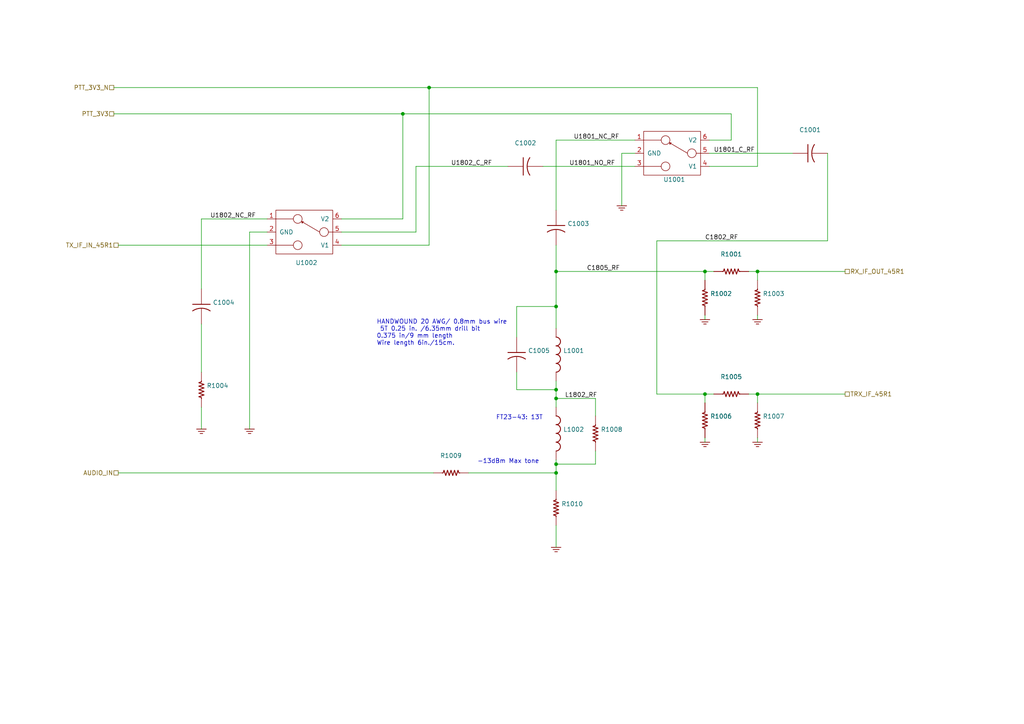
<source format=kicad_sch>
(kicad_sch (version 20211123) (generator eeschema)
  (paper "A4")
  (title_block (rev "B") (company "WA6ZFT"))
  (lib_symbols
    (symbol "custom:AS169-73" (pin_names (offset 1.016))
      (property "Reference" "U" (at 0 8.255 0))
      (property "Value" "AS169-73" (at 0.635 -10.795 0))
      (symbol "AS169-73_0_1"
        (rectangle (start -7.62 6.35) (end 8.89 -6.35))
        (circle (center -5.08 0) (radius 1.27))
        (polyline (pts (xy -6.35 0) (xy -7.62 0)))
        (polyline (pts (xy 3.81 -3.81) (xy 8.89 -3.81)))
        (polyline (pts (xy 3.81 3.81) (xy 8.89 3.81)))
        (polyline (pts (xy -3.81 0) (xy 1.397 3.048) (xy 1.27 2.54) (xy 0.889 3.048) (xy 1.397 3.048) (xy 1.27 2.667) (xy 1.016 2.921) (xy 1.27 2.794)))
        (circle (center 2.54 -3.81) (radius 1.27))
        (circle (center 2.54 3.81) (radius 1.27))
      )
      (symbol "AS169-73_1_1"
        (pin passive line (at 11.43 3.81 180) (length 2.54) (name "~") (number "1"))
        (pin passive line (at 11.43 0 180) (length 2.54) (name "GND") (number "2"))
        (pin passive line (at 11.43 -3.81 180) (length 2.54) (name "~") (number "3"))
        (pin passive line (at -10.16 -3.81 0) (length 2.54) (name "V1") (number "4"))
        (pin passive line (at -10.16 0 0) (length 2.54) (name "~") (number "5"))
        (pin passive line (at -10.16 3.81 0) (length 2.54) (name "V2") (number "6"))
      )
    )
    (symbol "custom:C_US_0805_0.1UF_X7R_10%_50V_HS" (pin_numbers hide) (pin_names (offset 0.254) hide)
      (property "Reference" "C" (at 1.27 2.54 0))
      (property "Value" "C_US_0805_0.1UF_X7R_10%_50V_HS" (at 1.27 -2.54 0))
      (symbol "C_US_0805_0.1UF_X7R_10%_50V_HS_0_1"
        (polyline (pts (xy -2.54 0.635) (xy 2.54 0.635) (xy 2.54 0.635)) (stroke (width 0.254)))
        (arc (start 2.54 -1.27) (mid 0 -0.5009) (end -2.54 -1.27) (stroke (width 0.254)))
      )
      (symbol "C_US_0805_0.1UF_X7R_10%_50V_HS_1_1"
        (pin passive line (at 0 5.08 270) (length 4.445) (name "~") (number "1"))
        (pin passive line (at 0 -5.08 90) (length 4.445) (name "~") (number "2"))
      )
    )
    (symbol "custom:GND_US" (power) (pin_names (offset 0))
      (symbol "GND_US_0_1"
        (polyline (pts (xy -1.397 0) (xy 1.397 0)) (stroke (width 0.2032)))
        (polyline (pts (xy -0.889 -0.635) (xy 0.889 -0.635)) (stroke (width 0.2032)))
        (polyline (pts (xy -0.381 -1.27) (xy 0.381 -1.27)) (stroke (width 0.2032)))
      )
      (symbol "GND_US_1_1"
        (pin power_in line (at 0 0 90) (length 0) hide (name "GND") (number "1"))
      )
    )
    (symbol "custom:L_US" (pin_numbers hide) (pin_names (offset 1.016) hide)
      (property "Reference" "L" (at -1.27 0 90))
      (property "Value" "L_US" (at 2.54 0 90))
      (symbol "L_US_0_1"
        (arc (start 0 2.54) (mid 1.27 3.81) (end 0 5.08) (stroke (width 0.254)))
        (arc (start 0.0254 -5.0546) (mid 1.245 -3.7973) (end 0.0254 -2.54) (stroke (width 0.254)))
        (arc (start 0.0254 -2.5146) (mid 1.2704 -1.2319) (end 0.0254 0.0508) (stroke (width 0.254)))
        (arc (start 0.0254 0.0254) (mid 1.2704 1.3081) (end 0.0254 2.5908) (stroke (width 0.254)))
      )
      (symbol "L_US_1_1"
        (pin passive line (at 0 7.62 270) (length 2.54) (name "1") (number "1"))
        (pin passive line (at 0 -7.62 90) (length 2.54) (name "2") (number "2"))
      )
    )
    (symbol "custom:R_US" (pin_numbers hide) (pin_names (offset 1.016) hide)
      (property "Reference" "R" (at 2.032 0 90))
      (property "Value" "R_US" (at -2.032 0 90))
      (symbol "R_US_0_0"
        (polyline (pts (xy 0 -2.54) (xy 0 -2.54) (xy 0 -2.286) (xy -0.762 -2.032) (xy 0.762 -1.524) (xy -0.762 -1.016) (xy 0.762 -0.508) (xy -0.762 0) (xy 0.762 0.508) (xy -0.762 1.016) (xy 0.762 1.524) (xy -0.762 2.032) (xy 0 2.286) (xy 0 2.54) (xy 0 2.54)) (stroke (width 0.254)))
      )
      (symbol "R_US_1_1"
        (pin passive line (at 0 5.08 270) (length 2.54) (name "~") (number "1"))
        (pin passive line (at 0 -5.08 90) (length 2.54) (name "~") (number "2"))
      )
    )
    (symbol "custom:R_US_0805_1%_HS" (pin_numbers hide) (pin_names (offset 1.016) hide)
      (property "Reference" "R" (at 2.032 0 90))
      (property "Value" "R_US_0805_1%_HS" (at -2.032 0 90))
      (symbol "R_US_0805_1%_HS_0_0"
        (polyline (pts (xy 0 -2.54) (xy 0 -2.54) (xy 0 -2.286) (xy -0.762 -2.032) (xy 0.762 -1.524) (xy -0.762 -1.016) (xy 0.762 -0.508) (xy -0.762 0) (xy 0.762 0.508) (xy -0.762 1.016) (xy 0.762 1.524) (xy -0.762 2.032) (xy 0 2.286) (xy 0 2.54) (xy 0 2.54)) (stroke (width 0.254)))
      )
      (symbol "R_US_0805_1%_HS_1_1"
        (pin passive line (at 0 5.08 270) (length 2.54) (name "~") (number "1"))
        (pin passive line (at 0 -5.08 90) (length 2.54) (name "~") (number "2"))
      )
    )
  )
  (junction (at 219.71 114.3))
  (junction (at 219.71 78.74))
  (junction (at 116.84 33.02))
  (junction (at 204.47 78.74))
  (junction (at 161.29 78.74))
  (junction (at 161.29 137.16))
  (junction (at 204.47 114.3))
  (junction (at 124.46 25.4))
  (junction (at 161.29 134.62))
  (junction (at 161.29 88.9))
  (junction (at 161.29 115.57))
  (junction (at 161.29 113.03))
  (wire (pts (xy 99.06 63.5) (xy 116.84 63.5)))
  (wire (pts (xy 161.29 60.96) (xy 161.29 40.64)))
  (wire (pts (xy 149.86 88.9) (xy 161.29 88.9)))
  (wire (pts (xy 229.87 44.45) (xy 205.74 44.45)))
  (wire (pts (xy 120.65 67.31) (xy 99.06 67.31)))
  (wire (pts (xy 219.71 91.44) (xy 219.71 92.71)))
  (wire (pts (xy 161.29 133.35) (xy 161.29 134.62)))
  (wire (pts (xy 161.29 137.16) (xy 161.29 142.24)))
  (wire (pts (xy 205.74 40.64) (xy 212.09 40.64)))
  (wire (pts (xy 184.15 40.64) (xy 161.29 40.64)))
  (wire (pts (xy 120.65 48.26) (xy 120.65 67.31)))
  (wire (pts (xy 204.47 91.44) (xy 204.47 92.71)))
  (wire (pts (xy 217.17 78.74) (xy 219.71 78.74)))
  (wire (pts (xy 219.71 116.84) (xy 219.71 114.3)))
  (wire (pts (xy 219.71 114.3) (xy 245.11 114.3)))
  (wire (pts (xy 204.47 114.3) (xy 204.47 116.84)))
  (wire (pts (xy 161.29 118.11) (xy 161.29 115.57)))
  (wire (pts (xy 161.29 115.57) (xy 161.29 113.03)))
  (wire (pts (xy 207.01 114.3) (xy 204.47 114.3)))
  (wire (pts (xy 124.46 71.12) (xy 124.46 25.4)))
  (wire (pts (xy 219.71 48.26) (xy 219.71 25.4)))
  (wire (pts (xy 58.42 63.5) (xy 58.42 83.82)))
  (wire (pts (xy 149.86 113.03) (xy 161.29 113.03)))
  (wire (pts (xy 217.17 114.3) (xy 219.71 114.3)))
  (wire (pts (xy 135.89 137.16) (xy 161.29 137.16)))
  (wire (pts (xy 172.72 120.65) (xy 172.72 115.57)))
  (wire (pts (xy 204.47 127) (xy 204.47 128.27)))
  (wire (pts (xy 240.03 44.45) (xy 240.03 69.85)))
  (wire (pts (xy 180.34 44.45) (xy 180.34 59.69)))
  (wire (pts (xy 219.71 78.74) (xy 245.11 78.74)))
  (wire (pts (xy 207.01 78.74) (xy 204.47 78.74)))
  (wire (pts (xy 58.42 118.11) (xy 58.42 124.46)))
  (wire (pts (xy 124.46 25.4) (xy 219.71 25.4)))
  (wire (pts (xy 157.48 48.26) (xy 184.15 48.26)))
  (wire (pts (xy 161.29 152.4) (xy 161.29 158.75)))
  (wire (pts (xy 147.32 48.26) (xy 120.65 48.26)))
  (wire (pts (xy 172.72 115.57) (xy 161.29 115.57)))
  (wire (pts (xy 204.47 114.3) (xy 190.5 114.3)))
  (wire (pts (xy 212.09 40.64) (xy 212.09 33.02)))
  (wire (pts (xy 204.47 78.74) (xy 204.47 81.28)))
  (wire (pts (xy 116.84 33.02) (xy 212.09 33.02)))
  (wire (pts (xy 58.42 93.98) (xy 58.42 107.95)))
  (wire (pts (xy 149.86 97.79) (xy 149.86 88.9)))
  (wire (pts (xy 161.29 71.12) (xy 161.29 78.74)))
  (wire (pts (xy 161.29 78.74) (xy 161.29 88.9)))
  (wire (pts (xy 219.71 127) (xy 219.71 128.27)))
  (wire (pts (xy 190.5 69.85) (xy 190.5 114.3)))
  (wire (pts (xy 72.39 67.31) (xy 77.47 67.31)))
  (wire (pts (xy 34.29 137.16) (xy 125.73 137.16)))
  (wire (pts (xy 33.02 33.02) (xy 116.84 33.02)))
  (wire (pts (xy 219.71 81.28) (xy 219.71 78.74)))
  (wire (pts (xy 34.29 71.12) (xy 77.47 71.12)))
  (wire (pts (xy 149.86 107.95) (xy 149.86 113.03)))
  (wire (pts (xy 184.15 44.45) (xy 180.34 44.45)))
  (wire (pts (xy 161.29 134.62) (xy 161.29 137.16)))
  (wire (pts (xy 172.72 130.81) (xy 172.72 134.62)))
  (wire (pts (xy 33.02 25.4) (xy 124.46 25.4)))
  (wire (pts (xy 58.42 63.5) (xy 77.47 63.5)))
  (wire (pts (xy 161.29 110.49) (xy 161.29 113.03)))
  (wire (pts (xy 161.29 95.25) (xy 161.29 88.9)))
  (wire (pts (xy 161.29 78.74) (xy 204.47 78.74)))
  (wire (pts (xy 116.84 63.5) (xy 116.84 33.02)))
  (wire (pts (xy 172.72 134.62) (xy 161.29 134.62)))
  (wire (pts (xy 205.74 48.26) (xy 219.71 48.26)))
  (wire (pts (xy 240.03 69.85) (xy 190.5 69.85)))
  (wire (pts (xy 72.39 67.31) (xy 72.39 124.46)))
  (wire (pts (xy 99.06 71.12) (xy 124.46 71.12)))
  (text "-13dBm Max tone\n" (at 138.43 134.62 0) (effects (font (size 1.27 1.27)) (justify left bottom)))
  (text "FT23-43: 13T" (at 157.48 121.92 180) (effects (font (size 1.27 1.27)) (justify right bottom)))
  (text "HANDWOUND 20 AWG/ 0.8mm bus wire\n 5T 0.25 in. /6.35mm drill bit\n0.375 in/9 mm length\nWire length 6in./15cm. \n" (at 109.22 100.33 0) (effects (font (size 1.27 1.27)) (justify left bottom)))
  (label "U1801_NO_RF" (at 165.1 48.26 0))
  (label "L1802_RF" (at 163.83 115.57 0))
  (label "U1801_C_RF" (at 207.01 44.45 0))
  (label "U1802_NC_RF" (at 60.96 63.5 0))
  (label "U1801_NC_RF" (at 166.37 40.64 0))
  (label "C1802_RF" (at 204.47 69.85 0))
  (label "C1805_RF" (at 170.18 78.74 0))
  (label "U1802_C_RF" (at 130.81 48.26 0))
  (hierarchical_label "PTT_3V3" (shape passive) (at 33.02 33.02 180))
  (hierarchical_label "PTT_3V3_N" (shape passive) (at 33.02 25.4 180))
  (hierarchical_label "RX_IF_OUT_45R1" (shape passive) (at 245.11 78.74 0))
  (hierarchical_label "AUDIO_IN" (shape passive) (at 34.29 137.16 180))
  (hierarchical_label "TX_IF_IN_45R1" (shape passive) (at 34.29 71.12 180))
  (hierarchical_label "TRX_IF_45R1" (shape passive) (at 245.11 114.3 0))
  (symbol (lib_id "custom:AS169-73") (at 195.58 44.45 0) (mirror y) (unit 1)
    (property "Reference" "U1001" (at 195.58 52.07 0))
    (property "PartNumber" "800261-101" (effects hide))
  )
  (symbol (lib_id "custom:GND_US") (at 180.34 59.69 0) (unit 1)
    (property "Reference" "#PWR01001" (effects hide))
    (property "Value" "GND_US" (effects hide))
  )
  (symbol (lib_id "custom:AS169-73") (at 88.9 67.31 0) (mirror y) (unit 1)
    (property "Reference" "U1002" (at 88.9 76.2 0))
    (property "PartNumber" "800261-101" (effects hide))
  )
  (symbol (lib_id "custom:GND_US") (at 72.39 124.46 0) (unit 1)
    (property "Reference" "#PWR01005" (effects hide))
    (property "Value" "GND_US" (effects hide))
  )
  (symbol (lib_id "custom:R_US_0805_1%_HS") (at 161.29 147.32 0) (unit 1)
    (property "Reference" "R1010" (at 162.814 146.1516 0) (effects (justify left)))
    (property "PartNumber" "800235-510" (effects hide))
  )
  (symbol (lib_id "custom:GND_US") (at 58.42 124.46 0) (unit 1)
    (property "Reference" "#PWR01004" (effects hide))
    (property "Value" "GND_US" (effects hide))
  )
  (symbol (lib_id "custom:C_US_0805_0.1UF_X7R_10%_50V_HS") (at 161.29 66.04 0) (unit 1)
    (property "Reference" "C1003" (at 164.592 64.8716 0) (effects (justify left)))
    (property "PartNumber" "800239-102" (effects hide))
  )
  (symbol (lib_id "custom:C_US_0805_0.1UF_X7R_10%_50V_HS") (at 234.95 44.45 90) (unit 1)
    (property "Reference" "C1001" (at 234.95 37.6682 90))
    (property "PartNumber" "800239-103" (effects hide))
  )
  (symbol (lib_id "custom:C_US_0805_0.1UF_X7R_10%_50V_HS") (at 152.4 48.26 90) (unit 1)
    (property "Reference" "C1002" (at 152.4 41.4782 90))
    (property "PartNumber" "800239-103" (effects hide))
  )
  (symbol (lib_id "custom:C_US_0805_0.1UF_X7R_10%_50V_HS") (at 58.42 88.9 0) (unit 1)
    (property "Reference" "C1004" (at 61.722 87.7316 0) (effects (justify left)))
    (property "PartNumber" "800238-104" (effects hide))
  )
  (symbol (lib_id "custom:R_US_0805_1%_HS") (at 58.42 113.03 0) (unit 1)
    (property "Reference" "R1004" (at 59.944 111.8616 0) (effects (justify left)))
    (property "PartNumber" "800235-510" (effects hide))
  )
  (symbol (lib_id "custom:GND_US") (at 161.29 158.75 0) (unit 1)
    (property "Reference" "#PWR01008" (effects hide))
    (property "Value" "GND_US" (effects hide))
  )
  (symbol (lib_id "custom:R_US_0805_1%_HS") (at 130.81 137.16 270) (unit 1)
    (property "Reference" "R1009" (at 130.81 132.1562 90))
    (property "PartNumber" "800235-102" (effects hide))
  )
  (symbol (lib_id "custom:R_US") (at 219.71 121.92 0) (unit 1)
    (property "Reference" "R1007" (at 221.234 120.7516 0) (effects (justify left)))
    (property "PartNumber" "800XXX-XXX" (effects hide))
  )
  (symbol (lib_id "custom:R_US") (at 204.47 121.92 0) (unit 1)
    (property "Reference" "R1006" (at 205.994 120.7516 0) (effects (justify left)))
    (property "PartNumber" "800XXX-XXX" (effects hide))
  )
  (symbol (lib_id "custom:R_US") (at 212.09 114.3 270) (unit 1)
    (property "Reference" "R1005" (at 212.09 109.2962 90))
    (property "PartNumber" "800235-000" (effects hide))
  )
  (symbol (lib_id "custom:GND_US") (at 204.47 128.27 0) (unit 1)
    (property "Reference" "#PWR01006" (effects hide))
    (property "Value" "GND_US" (effects hide))
  )
  (symbol (lib_id "custom:GND_US") (at 219.71 128.27 0) (unit 1)
    (property "Reference" "#PWR01007" (effects hide))
    (property "Value" "GND_US" (effects hide))
  )
  (symbol (lib_id "custom:R_US") (at 219.71 86.36 0) (unit 1)
    (property "Reference" "R1003" (at 221.234 85.1916 0) (effects (justify left)))
    (property "PartNumber" "800XXX-XXX" (effects hide))
  )
  (symbol (lib_id "custom:R_US") (at 204.47 86.36 0) (unit 1)
    (property "Reference" "R1002" (at 205.994 85.1916 0) (effects (justify left)))
    (property "PartNumber" "800XXX-XXX" (effects hide))
  )
  (symbol (lib_id "custom:R_US") (at 212.09 78.74 270) (unit 1)
    (property "Reference" "R1001" (at 212.09 73.7362 90))
    (property "PartNumber" "800235-000" (effects hide))
  )
  (symbol (lib_id "custom:GND_US") (at 204.47 92.71 0) (unit 1)
    (property "Reference" "#PWR01002" (effects hide))
    (property "Value" "GND_US" (effects hide))
  )
  (symbol (lib_id "custom:GND_US") (at 219.71 92.71 0) (unit 1)
    (property "Reference" "#PWR01003" (effects hide))
    (property "Value" "GND_US" (effects hide))
  )
  (symbol (lib_id "custom:R_US") (at 172.72 125.73 0) (unit 1)
    (property "Reference" "R1008" (at 174.244 124.5616 0) (effects (justify left)))
    (property "PartNumber" "800235-222" (effects hide))
  )
  (symbol (lib_id "custom:L_US") (at 161.29 102.87 0) (unit 1)
    (property "Reference" "L1001" (at 163.3474 101.7016 0) (effects (justify left)))
    (property "PartNumber" "8XXXXX-XXX" (effects hide))
  )
  (symbol (lib_id "custom:C_US_0805_0.1UF_X7R_10%_50V_HS") (at 149.86 102.87 0) (unit 1)
    (property "Reference" "C1005" (at 153.162 101.7016 0) (effects (justify left)))
    (property "PartNumber" "800239-151" (effects hide))
  )
  (symbol (lib_id "custom:L_US") (at 161.29 125.73 0) (unit 1)
    (property "Reference" "L1002" (at 163.3474 124.5616 0) (effects (justify left)))
    (property "PartNumber" "800257-023" (effects hide))
  )
)
</source>
